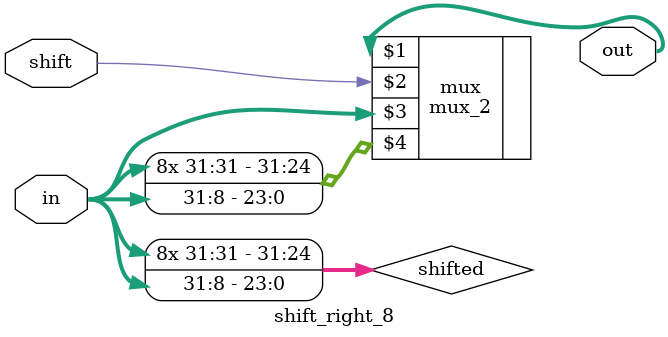
<source format=v>
module shift_right_8(
    output [31:0] out,
    input shift,
    input [31:0] in);

    wire [31:0] shifted;

    assign shifted[23:0] = in[31:8];

    genvar i;
    for(i = 24; i < 32; i = i + 1) begin
        assign shifted[i] = in[31];
    end

    mux_2 mux(out, shift, in, shifted);
endmodule

</source>
